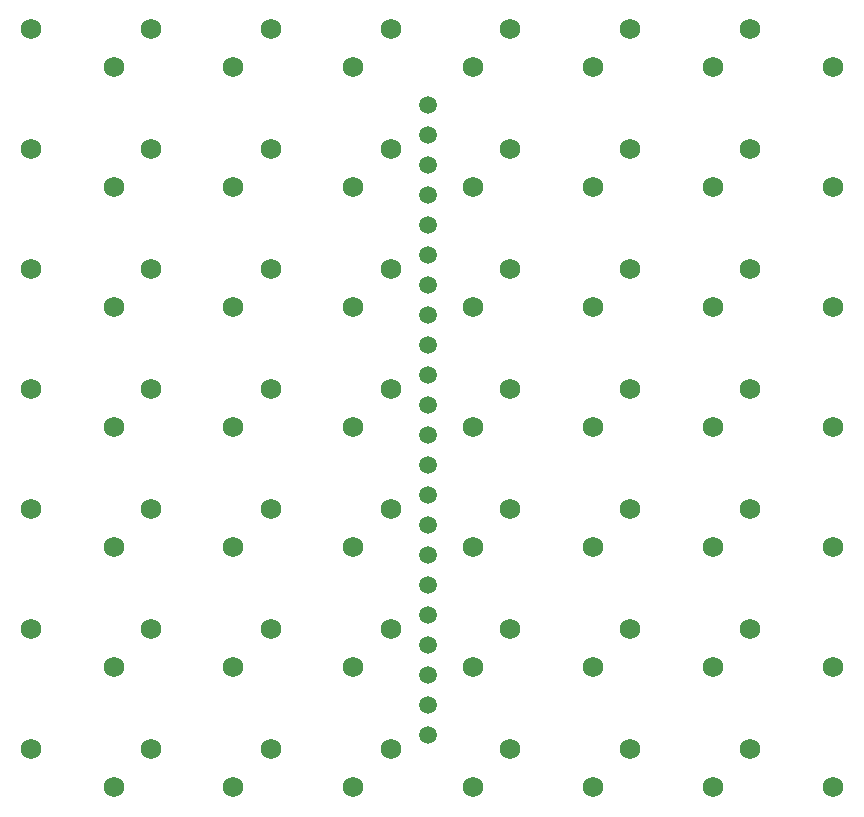
<source format=gbs>
G04 #@! TF.GenerationSoftware,KiCad,Pcbnew,8.0.5-8.0.5-0~ubuntu24.04.1*
G04 #@! TF.CreationDate,2024-10-16T20:18:24-04:00*
G04 #@! TF.ProjectId,array,61727261-792e-46b6-9963-61645f706362,rev?*
G04 #@! TF.SameCoordinates,Original*
G04 #@! TF.FileFunction,Soldermask,Bot*
G04 #@! TF.FilePolarity,Negative*
%FSLAX46Y46*%
G04 Gerber Fmt 4.6, Leading zero omitted, Abs format (unit mm)*
G04 Created by KiCad (PCBNEW 8.0.5-8.0.5-0~ubuntu24.04.1) date 2024-10-16 20:18:24*
%MOMM*%
%LPD*%
G01*
G04 APERTURE LIST*
%ADD10C,1.500000*%
%ADD11C,1.750000*%
G04 APERTURE END LIST*
D10*
X127800000Y-117070000D03*
X127800000Y-114530000D03*
X127800000Y-111990000D03*
X127800000Y-109450000D03*
X127800000Y-106910000D03*
X127800000Y-104370000D03*
X127800000Y-101830000D03*
X127800000Y-99290000D03*
X127800000Y-96750000D03*
X127800000Y-94210000D03*
X127800000Y-91670000D03*
X127800000Y-89130000D03*
X127800000Y-86590000D03*
X127800000Y-84050000D03*
X127800000Y-81510000D03*
X127800000Y-78970000D03*
X127800000Y-76430000D03*
X127800000Y-73890000D03*
X127800000Y-71350000D03*
X127800000Y-68810000D03*
X127800000Y-66270000D03*
X127800000Y-63730000D03*
D11*
X124600000Y-57340000D03*
X124600000Y-67500000D03*
X124600000Y-77660000D03*
X124600000Y-87820000D03*
X124600000Y-97980000D03*
X124600000Y-108140000D03*
X124600000Y-118300000D03*
X131600000Y-60540000D03*
X131600000Y-70700000D03*
X131600000Y-80860000D03*
X131600000Y-91020000D03*
X131600000Y-101180000D03*
X131600000Y-111340000D03*
X131600000Y-121500000D03*
X94150000Y-57340000D03*
X94150000Y-67500000D03*
X94150000Y-77660000D03*
X94150000Y-87820000D03*
X94150000Y-97980000D03*
X94150000Y-108140000D03*
X94150000Y-118300000D03*
X101150000Y-60540000D03*
X101150000Y-70700000D03*
X101150000Y-80860000D03*
X101150000Y-91020000D03*
X101150000Y-101180000D03*
X101150000Y-111340000D03*
X101150000Y-121500000D03*
X104300000Y-57340000D03*
X104300000Y-67500000D03*
X104300000Y-77660000D03*
X104300000Y-87820000D03*
X104300000Y-97980000D03*
X104300000Y-108140000D03*
X104300000Y-118300000D03*
X111300000Y-60540000D03*
X111300000Y-70700000D03*
X111300000Y-80860000D03*
X111300000Y-91020000D03*
X111300000Y-101180000D03*
X111300000Y-111340000D03*
X111300000Y-121500000D03*
X155050000Y-57340000D03*
X155050000Y-67500000D03*
X155050000Y-77660000D03*
X155050000Y-87820000D03*
X155050000Y-97980000D03*
X155050000Y-108140000D03*
X155050000Y-118300000D03*
X162050000Y-60540000D03*
X162050000Y-70700000D03*
X162050000Y-80860000D03*
X162050000Y-91020000D03*
X162050000Y-101180000D03*
X162050000Y-111340000D03*
X162050000Y-121500000D03*
X144900000Y-57340000D03*
X144900000Y-67500000D03*
X144900000Y-77660000D03*
X144900000Y-87820000D03*
X144900000Y-97980000D03*
X144900000Y-108140000D03*
X144900000Y-118300000D03*
X151900000Y-60540000D03*
X151900000Y-70700000D03*
X151900000Y-80860000D03*
X151900000Y-91020000D03*
X151900000Y-101180000D03*
X151900000Y-111340000D03*
X151900000Y-121500000D03*
X134750000Y-57340000D03*
X134750000Y-67500000D03*
X134750000Y-77660000D03*
X134750000Y-87820000D03*
X134750000Y-97980000D03*
X134750000Y-108140000D03*
X134750000Y-118300000D03*
X141750000Y-60540000D03*
X141750000Y-70700000D03*
X141750000Y-80860000D03*
X141750000Y-91020000D03*
X141750000Y-101180000D03*
X141750000Y-111340000D03*
X141750000Y-121500000D03*
X114450000Y-57340000D03*
X114450000Y-67500000D03*
X114450000Y-77660000D03*
X114450000Y-87820000D03*
X114450000Y-97980000D03*
X114450000Y-108140000D03*
X114450000Y-118300000D03*
X121450000Y-60540000D03*
X121450000Y-70700000D03*
X121450000Y-80860000D03*
X121450000Y-91020000D03*
X121450000Y-101180000D03*
X121450000Y-111340000D03*
X121450000Y-121500000D03*
M02*

</source>
